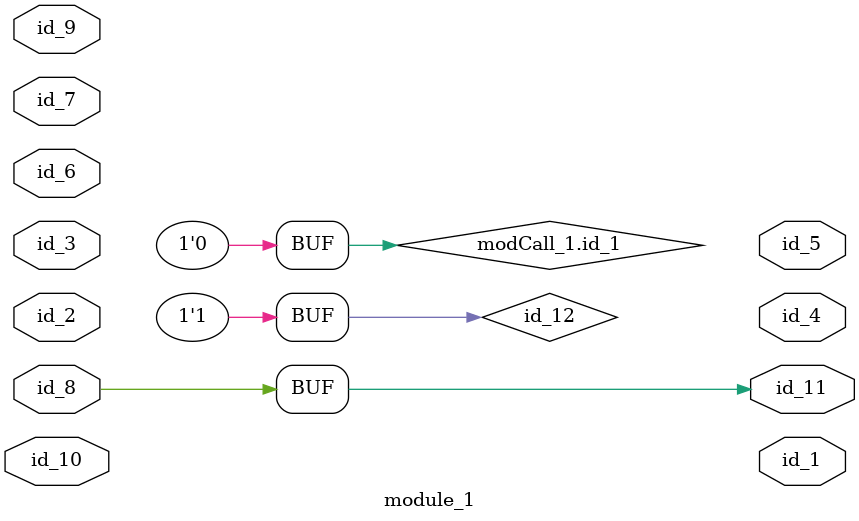
<source format=v>
module module_0 ();
  assign id_1 = "";
endmodule
module module_1 (
    id_1,
    id_2,
    id_3,
    id_4,
    id_5,
    id_6,
    id_7,
    id_8,
    id_9,
    id_10,
    id_11
);
  output wire id_11;
  inout wire id_10;
  input wire id_9;
  input wire id_8;
  input wire id_7;
  inout wire id_6;
  output wire id_5;
  output wire id_4;
  inout wire id_3;
  inout wire id_2;
  output wire id_1;
  wor  id_12 = 1;
  wire id_13;
  assign id_11 = id_8;
  module_0 modCall_1 ();
  assign modCall_1.id_1 = "";
endmodule

</source>
